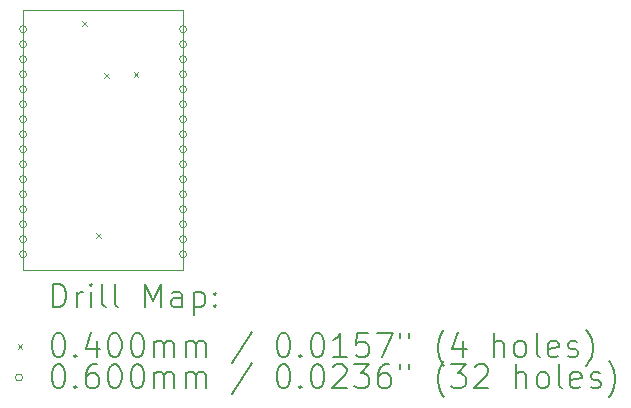
<source format=gbr>
%FSLAX45Y45*%
G04 Gerber Fmt 4.5, Leading zero omitted, Abs format (unit mm)*
G04 Created by KiCad (PCBNEW (6.0.1-0)) date 2022-03-14 10:45:43*
%MOMM*%
%LPD*%
G01*
G04 APERTURE LIST*
%TA.AperFunction,Profile*%
%ADD10C,0.100000*%
%TD*%
%ADD11C,0.200000*%
%ADD12C,0.040000*%
%ADD13C,0.060000*%
G04 APERTURE END LIST*
D10*
X10585000Y-4770000D02*
X10585000Y-6970000D01*
X11940000Y-4770000D02*
X11940000Y-6970000D01*
X10585000Y-6970000D02*
X11940000Y-6970000D01*
X10585000Y-4770000D02*
X11940000Y-4770000D01*
D11*
D12*
X11085000Y-4861000D02*
X11125000Y-4901000D01*
X11125000Y-4861000D02*
X11085000Y-4901000D01*
X11205000Y-6660000D02*
X11245000Y-6700000D01*
X11245000Y-6660000D02*
X11205000Y-6700000D01*
X11270000Y-5300000D02*
X11310000Y-5340000D01*
X11310000Y-5300000D02*
X11270000Y-5340000D01*
X11520000Y-5295000D02*
X11560000Y-5335000D01*
X11560000Y-5295000D02*
X11520000Y-5335000D01*
D13*
X10615000Y-4930000D02*
G75*
G03*
X10615000Y-4930000I-30000J0D01*
G01*
X10615000Y-5057000D02*
G75*
G03*
X10615000Y-5057000I-30000J0D01*
G01*
X10615000Y-5184000D02*
G75*
G03*
X10615000Y-5184000I-30000J0D01*
G01*
X10615000Y-5311000D02*
G75*
G03*
X10615000Y-5311000I-30000J0D01*
G01*
X10615000Y-5438000D02*
G75*
G03*
X10615000Y-5438000I-30000J0D01*
G01*
X10615000Y-5565000D02*
G75*
G03*
X10615000Y-5565000I-30000J0D01*
G01*
X10615000Y-5692000D02*
G75*
G03*
X10615000Y-5692000I-30000J0D01*
G01*
X10615000Y-5819000D02*
G75*
G03*
X10615000Y-5819000I-30000J0D01*
G01*
X10615000Y-5946000D02*
G75*
G03*
X10615000Y-5946000I-30000J0D01*
G01*
X10615000Y-6073000D02*
G75*
G03*
X10615000Y-6073000I-30000J0D01*
G01*
X10615000Y-6200000D02*
G75*
G03*
X10615000Y-6200000I-30000J0D01*
G01*
X10615000Y-6327000D02*
G75*
G03*
X10615000Y-6327000I-30000J0D01*
G01*
X10615000Y-6454000D02*
G75*
G03*
X10615000Y-6454000I-30000J0D01*
G01*
X10615000Y-6581000D02*
G75*
G03*
X10615000Y-6581000I-30000J0D01*
G01*
X10615000Y-6708000D02*
G75*
G03*
X10615000Y-6708000I-30000J0D01*
G01*
X10615000Y-6835000D02*
G75*
G03*
X10615000Y-6835000I-30000J0D01*
G01*
X11970000Y-4930000D02*
G75*
G03*
X11970000Y-4930000I-30000J0D01*
G01*
X11970000Y-5057000D02*
G75*
G03*
X11970000Y-5057000I-30000J0D01*
G01*
X11970000Y-5184000D02*
G75*
G03*
X11970000Y-5184000I-30000J0D01*
G01*
X11970000Y-5311000D02*
G75*
G03*
X11970000Y-5311000I-30000J0D01*
G01*
X11970000Y-5438000D02*
G75*
G03*
X11970000Y-5438000I-30000J0D01*
G01*
X11970000Y-5565000D02*
G75*
G03*
X11970000Y-5565000I-30000J0D01*
G01*
X11970000Y-5692000D02*
G75*
G03*
X11970000Y-5692000I-30000J0D01*
G01*
X11970000Y-5819000D02*
G75*
G03*
X11970000Y-5819000I-30000J0D01*
G01*
X11970000Y-5946000D02*
G75*
G03*
X11970000Y-5946000I-30000J0D01*
G01*
X11970000Y-6073000D02*
G75*
G03*
X11970000Y-6073000I-30000J0D01*
G01*
X11970000Y-6200000D02*
G75*
G03*
X11970000Y-6200000I-30000J0D01*
G01*
X11970000Y-6327000D02*
G75*
G03*
X11970000Y-6327000I-30000J0D01*
G01*
X11970000Y-6454000D02*
G75*
G03*
X11970000Y-6454000I-30000J0D01*
G01*
X11970000Y-6581000D02*
G75*
G03*
X11970000Y-6581000I-30000J0D01*
G01*
X11970000Y-6708000D02*
G75*
G03*
X11970000Y-6708000I-30000J0D01*
G01*
X11970000Y-6835000D02*
G75*
G03*
X11970000Y-6835000I-30000J0D01*
G01*
D11*
X10837619Y-7285476D02*
X10837619Y-7085476D01*
X10885238Y-7085476D01*
X10913810Y-7095000D01*
X10932857Y-7114048D01*
X10942381Y-7133095D01*
X10951905Y-7171190D01*
X10951905Y-7199762D01*
X10942381Y-7237857D01*
X10932857Y-7256905D01*
X10913810Y-7275952D01*
X10885238Y-7285476D01*
X10837619Y-7285476D01*
X11037619Y-7285476D02*
X11037619Y-7152143D01*
X11037619Y-7190238D02*
X11047143Y-7171190D01*
X11056667Y-7161667D01*
X11075714Y-7152143D01*
X11094762Y-7152143D01*
X11161429Y-7285476D02*
X11161429Y-7152143D01*
X11161429Y-7085476D02*
X11151905Y-7095000D01*
X11161429Y-7104524D01*
X11170952Y-7095000D01*
X11161429Y-7085476D01*
X11161429Y-7104524D01*
X11285238Y-7285476D02*
X11266190Y-7275952D01*
X11256667Y-7256905D01*
X11256667Y-7085476D01*
X11390000Y-7285476D02*
X11370952Y-7275952D01*
X11361428Y-7256905D01*
X11361428Y-7085476D01*
X11618571Y-7285476D02*
X11618571Y-7085476D01*
X11685238Y-7228333D01*
X11751905Y-7085476D01*
X11751905Y-7285476D01*
X11932857Y-7285476D02*
X11932857Y-7180714D01*
X11923333Y-7161667D01*
X11904286Y-7152143D01*
X11866190Y-7152143D01*
X11847143Y-7161667D01*
X11932857Y-7275952D02*
X11913809Y-7285476D01*
X11866190Y-7285476D01*
X11847143Y-7275952D01*
X11837619Y-7256905D01*
X11837619Y-7237857D01*
X11847143Y-7218809D01*
X11866190Y-7209286D01*
X11913809Y-7209286D01*
X11932857Y-7199762D01*
X12028095Y-7152143D02*
X12028095Y-7352143D01*
X12028095Y-7161667D02*
X12047143Y-7152143D01*
X12085238Y-7152143D01*
X12104286Y-7161667D01*
X12113809Y-7171190D01*
X12123333Y-7190238D01*
X12123333Y-7247381D01*
X12113809Y-7266428D01*
X12104286Y-7275952D01*
X12085238Y-7285476D01*
X12047143Y-7285476D01*
X12028095Y-7275952D01*
X12209048Y-7266428D02*
X12218571Y-7275952D01*
X12209048Y-7285476D01*
X12199524Y-7275952D01*
X12209048Y-7266428D01*
X12209048Y-7285476D01*
X12209048Y-7161667D02*
X12218571Y-7171190D01*
X12209048Y-7180714D01*
X12199524Y-7171190D01*
X12209048Y-7161667D01*
X12209048Y-7180714D01*
D12*
X10540000Y-7595000D02*
X10580000Y-7635000D01*
X10580000Y-7595000D02*
X10540000Y-7635000D01*
D11*
X10875714Y-7505476D02*
X10894762Y-7505476D01*
X10913810Y-7515000D01*
X10923333Y-7524524D01*
X10932857Y-7543571D01*
X10942381Y-7581667D01*
X10942381Y-7629286D01*
X10932857Y-7667381D01*
X10923333Y-7686428D01*
X10913810Y-7695952D01*
X10894762Y-7705476D01*
X10875714Y-7705476D01*
X10856667Y-7695952D01*
X10847143Y-7686428D01*
X10837619Y-7667381D01*
X10828095Y-7629286D01*
X10828095Y-7581667D01*
X10837619Y-7543571D01*
X10847143Y-7524524D01*
X10856667Y-7515000D01*
X10875714Y-7505476D01*
X11028095Y-7686428D02*
X11037619Y-7695952D01*
X11028095Y-7705476D01*
X11018571Y-7695952D01*
X11028095Y-7686428D01*
X11028095Y-7705476D01*
X11209048Y-7572143D02*
X11209048Y-7705476D01*
X11161429Y-7495952D02*
X11113810Y-7638809D01*
X11237619Y-7638809D01*
X11351905Y-7505476D02*
X11370952Y-7505476D01*
X11390000Y-7515000D01*
X11399524Y-7524524D01*
X11409048Y-7543571D01*
X11418571Y-7581667D01*
X11418571Y-7629286D01*
X11409048Y-7667381D01*
X11399524Y-7686428D01*
X11390000Y-7695952D01*
X11370952Y-7705476D01*
X11351905Y-7705476D01*
X11332857Y-7695952D01*
X11323333Y-7686428D01*
X11313809Y-7667381D01*
X11304286Y-7629286D01*
X11304286Y-7581667D01*
X11313809Y-7543571D01*
X11323333Y-7524524D01*
X11332857Y-7515000D01*
X11351905Y-7505476D01*
X11542381Y-7505476D02*
X11561428Y-7505476D01*
X11580476Y-7515000D01*
X11590000Y-7524524D01*
X11599524Y-7543571D01*
X11609048Y-7581667D01*
X11609048Y-7629286D01*
X11599524Y-7667381D01*
X11590000Y-7686428D01*
X11580476Y-7695952D01*
X11561428Y-7705476D01*
X11542381Y-7705476D01*
X11523333Y-7695952D01*
X11513809Y-7686428D01*
X11504286Y-7667381D01*
X11494762Y-7629286D01*
X11494762Y-7581667D01*
X11504286Y-7543571D01*
X11513809Y-7524524D01*
X11523333Y-7515000D01*
X11542381Y-7505476D01*
X11694762Y-7705476D02*
X11694762Y-7572143D01*
X11694762Y-7591190D02*
X11704286Y-7581667D01*
X11723333Y-7572143D01*
X11751905Y-7572143D01*
X11770952Y-7581667D01*
X11780476Y-7600714D01*
X11780476Y-7705476D01*
X11780476Y-7600714D02*
X11790000Y-7581667D01*
X11809048Y-7572143D01*
X11837619Y-7572143D01*
X11856667Y-7581667D01*
X11866190Y-7600714D01*
X11866190Y-7705476D01*
X11961428Y-7705476D02*
X11961428Y-7572143D01*
X11961428Y-7591190D02*
X11970952Y-7581667D01*
X11990000Y-7572143D01*
X12018571Y-7572143D01*
X12037619Y-7581667D01*
X12047143Y-7600714D01*
X12047143Y-7705476D01*
X12047143Y-7600714D02*
X12056667Y-7581667D01*
X12075714Y-7572143D01*
X12104286Y-7572143D01*
X12123333Y-7581667D01*
X12132857Y-7600714D01*
X12132857Y-7705476D01*
X12523333Y-7495952D02*
X12351905Y-7753095D01*
X12780476Y-7505476D02*
X12799524Y-7505476D01*
X12818571Y-7515000D01*
X12828095Y-7524524D01*
X12837619Y-7543571D01*
X12847143Y-7581667D01*
X12847143Y-7629286D01*
X12837619Y-7667381D01*
X12828095Y-7686428D01*
X12818571Y-7695952D01*
X12799524Y-7705476D01*
X12780476Y-7705476D01*
X12761428Y-7695952D01*
X12751905Y-7686428D01*
X12742381Y-7667381D01*
X12732857Y-7629286D01*
X12732857Y-7581667D01*
X12742381Y-7543571D01*
X12751905Y-7524524D01*
X12761428Y-7515000D01*
X12780476Y-7505476D01*
X12932857Y-7686428D02*
X12942381Y-7695952D01*
X12932857Y-7705476D01*
X12923333Y-7695952D01*
X12932857Y-7686428D01*
X12932857Y-7705476D01*
X13066190Y-7505476D02*
X13085238Y-7505476D01*
X13104286Y-7515000D01*
X13113809Y-7524524D01*
X13123333Y-7543571D01*
X13132857Y-7581667D01*
X13132857Y-7629286D01*
X13123333Y-7667381D01*
X13113809Y-7686428D01*
X13104286Y-7695952D01*
X13085238Y-7705476D01*
X13066190Y-7705476D01*
X13047143Y-7695952D01*
X13037619Y-7686428D01*
X13028095Y-7667381D01*
X13018571Y-7629286D01*
X13018571Y-7581667D01*
X13028095Y-7543571D01*
X13037619Y-7524524D01*
X13047143Y-7515000D01*
X13066190Y-7505476D01*
X13323333Y-7705476D02*
X13209048Y-7705476D01*
X13266190Y-7705476D02*
X13266190Y-7505476D01*
X13247143Y-7534048D01*
X13228095Y-7553095D01*
X13209048Y-7562619D01*
X13504286Y-7505476D02*
X13409048Y-7505476D01*
X13399524Y-7600714D01*
X13409048Y-7591190D01*
X13428095Y-7581667D01*
X13475714Y-7581667D01*
X13494762Y-7591190D01*
X13504286Y-7600714D01*
X13513809Y-7619762D01*
X13513809Y-7667381D01*
X13504286Y-7686428D01*
X13494762Y-7695952D01*
X13475714Y-7705476D01*
X13428095Y-7705476D01*
X13409048Y-7695952D01*
X13399524Y-7686428D01*
X13580476Y-7505476D02*
X13713809Y-7505476D01*
X13628095Y-7705476D01*
X13780476Y-7505476D02*
X13780476Y-7543571D01*
X13856667Y-7505476D02*
X13856667Y-7543571D01*
X14151905Y-7781667D02*
X14142381Y-7772143D01*
X14123333Y-7743571D01*
X14113809Y-7724524D01*
X14104286Y-7695952D01*
X14094762Y-7648333D01*
X14094762Y-7610238D01*
X14104286Y-7562619D01*
X14113809Y-7534048D01*
X14123333Y-7515000D01*
X14142381Y-7486428D01*
X14151905Y-7476905D01*
X14313809Y-7572143D02*
X14313809Y-7705476D01*
X14266190Y-7495952D02*
X14218571Y-7638809D01*
X14342381Y-7638809D01*
X14570952Y-7705476D02*
X14570952Y-7505476D01*
X14656667Y-7705476D02*
X14656667Y-7600714D01*
X14647143Y-7581667D01*
X14628095Y-7572143D01*
X14599524Y-7572143D01*
X14580476Y-7581667D01*
X14570952Y-7591190D01*
X14780476Y-7705476D02*
X14761428Y-7695952D01*
X14751905Y-7686428D01*
X14742381Y-7667381D01*
X14742381Y-7610238D01*
X14751905Y-7591190D01*
X14761428Y-7581667D01*
X14780476Y-7572143D01*
X14809048Y-7572143D01*
X14828095Y-7581667D01*
X14837619Y-7591190D01*
X14847143Y-7610238D01*
X14847143Y-7667381D01*
X14837619Y-7686428D01*
X14828095Y-7695952D01*
X14809048Y-7705476D01*
X14780476Y-7705476D01*
X14961428Y-7705476D02*
X14942381Y-7695952D01*
X14932857Y-7676905D01*
X14932857Y-7505476D01*
X15113809Y-7695952D02*
X15094762Y-7705476D01*
X15056667Y-7705476D01*
X15037619Y-7695952D01*
X15028095Y-7676905D01*
X15028095Y-7600714D01*
X15037619Y-7581667D01*
X15056667Y-7572143D01*
X15094762Y-7572143D01*
X15113809Y-7581667D01*
X15123333Y-7600714D01*
X15123333Y-7619762D01*
X15028095Y-7638809D01*
X15199524Y-7695952D02*
X15218571Y-7705476D01*
X15256667Y-7705476D01*
X15275714Y-7695952D01*
X15285238Y-7676905D01*
X15285238Y-7667381D01*
X15275714Y-7648333D01*
X15256667Y-7638809D01*
X15228095Y-7638809D01*
X15209048Y-7629286D01*
X15199524Y-7610238D01*
X15199524Y-7600714D01*
X15209048Y-7581667D01*
X15228095Y-7572143D01*
X15256667Y-7572143D01*
X15275714Y-7581667D01*
X15351905Y-7781667D02*
X15361428Y-7772143D01*
X15380476Y-7743571D01*
X15390000Y-7724524D01*
X15399524Y-7695952D01*
X15409048Y-7648333D01*
X15409048Y-7610238D01*
X15399524Y-7562619D01*
X15390000Y-7534048D01*
X15380476Y-7515000D01*
X15361428Y-7486428D01*
X15351905Y-7476905D01*
D13*
X10580000Y-7879000D02*
G75*
G03*
X10580000Y-7879000I-30000J0D01*
G01*
D11*
X10875714Y-7769476D02*
X10894762Y-7769476D01*
X10913810Y-7779000D01*
X10923333Y-7788524D01*
X10932857Y-7807571D01*
X10942381Y-7845667D01*
X10942381Y-7893286D01*
X10932857Y-7931381D01*
X10923333Y-7950428D01*
X10913810Y-7959952D01*
X10894762Y-7969476D01*
X10875714Y-7969476D01*
X10856667Y-7959952D01*
X10847143Y-7950428D01*
X10837619Y-7931381D01*
X10828095Y-7893286D01*
X10828095Y-7845667D01*
X10837619Y-7807571D01*
X10847143Y-7788524D01*
X10856667Y-7779000D01*
X10875714Y-7769476D01*
X11028095Y-7950428D02*
X11037619Y-7959952D01*
X11028095Y-7969476D01*
X11018571Y-7959952D01*
X11028095Y-7950428D01*
X11028095Y-7969476D01*
X11209048Y-7769476D02*
X11170952Y-7769476D01*
X11151905Y-7779000D01*
X11142381Y-7788524D01*
X11123333Y-7817095D01*
X11113810Y-7855190D01*
X11113810Y-7931381D01*
X11123333Y-7950428D01*
X11132857Y-7959952D01*
X11151905Y-7969476D01*
X11190000Y-7969476D01*
X11209048Y-7959952D01*
X11218571Y-7950428D01*
X11228095Y-7931381D01*
X11228095Y-7883762D01*
X11218571Y-7864714D01*
X11209048Y-7855190D01*
X11190000Y-7845667D01*
X11151905Y-7845667D01*
X11132857Y-7855190D01*
X11123333Y-7864714D01*
X11113810Y-7883762D01*
X11351905Y-7769476D02*
X11370952Y-7769476D01*
X11390000Y-7779000D01*
X11399524Y-7788524D01*
X11409048Y-7807571D01*
X11418571Y-7845667D01*
X11418571Y-7893286D01*
X11409048Y-7931381D01*
X11399524Y-7950428D01*
X11390000Y-7959952D01*
X11370952Y-7969476D01*
X11351905Y-7969476D01*
X11332857Y-7959952D01*
X11323333Y-7950428D01*
X11313809Y-7931381D01*
X11304286Y-7893286D01*
X11304286Y-7845667D01*
X11313809Y-7807571D01*
X11323333Y-7788524D01*
X11332857Y-7779000D01*
X11351905Y-7769476D01*
X11542381Y-7769476D02*
X11561428Y-7769476D01*
X11580476Y-7779000D01*
X11590000Y-7788524D01*
X11599524Y-7807571D01*
X11609048Y-7845667D01*
X11609048Y-7893286D01*
X11599524Y-7931381D01*
X11590000Y-7950428D01*
X11580476Y-7959952D01*
X11561428Y-7969476D01*
X11542381Y-7969476D01*
X11523333Y-7959952D01*
X11513809Y-7950428D01*
X11504286Y-7931381D01*
X11494762Y-7893286D01*
X11494762Y-7845667D01*
X11504286Y-7807571D01*
X11513809Y-7788524D01*
X11523333Y-7779000D01*
X11542381Y-7769476D01*
X11694762Y-7969476D02*
X11694762Y-7836143D01*
X11694762Y-7855190D02*
X11704286Y-7845667D01*
X11723333Y-7836143D01*
X11751905Y-7836143D01*
X11770952Y-7845667D01*
X11780476Y-7864714D01*
X11780476Y-7969476D01*
X11780476Y-7864714D02*
X11790000Y-7845667D01*
X11809048Y-7836143D01*
X11837619Y-7836143D01*
X11856667Y-7845667D01*
X11866190Y-7864714D01*
X11866190Y-7969476D01*
X11961428Y-7969476D02*
X11961428Y-7836143D01*
X11961428Y-7855190D02*
X11970952Y-7845667D01*
X11990000Y-7836143D01*
X12018571Y-7836143D01*
X12037619Y-7845667D01*
X12047143Y-7864714D01*
X12047143Y-7969476D01*
X12047143Y-7864714D02*
X12056667Y-7845667D01*
X12075714Y-7836143D01*
X12104286Y-7836143D01*
X12123333Y-7845667D01*
X12132857Y-7864714D01*
X12132857Y-7969476D01*
X12523333Y-7759952D02*
X12351905Y-8017095D01*
X12780476Y-7769476D02*
X12799524Y-7769476D01*
X12818571Y-7779000D01*
X12828095Y-7788524D01*
X12837619Y-7807571D01*
X12847143Y-7845667D01*
X12847143Y-7893286D01*
X12837619Y-7931381D01*
X12828095Y-7950428D01*
X12818571Y-7959952D01*
X12799524Y-7969476D01*
X12780476Y-7969476D01*
X12761428Y-7959952D01*
X12751905Y-7950428D01*
X12742381Y-7931381D01*
X12732857Y-7893286D01*
X12732857Y-7845667D01*
X12742381Y-7807571D01*
X12751905Y-7788524D01*
X12761428Y-7779000D01*
X12780476Y-7769476D01*
X12932857Y-7950428D02*
X12942381Y-7959952D01*
X12932857Y-7969476D01*
X12923333Y-7959952D01*
X12932857Y-7950428D01*
X12932857Y-7969476D01*
X13066190Y-7769476D02*
X13085238Y-7769476D01*
X13104286Y-7779000D01*
X13113809Y-7788524D01*
X13123333Y-7807571D01*
X13132857Y-7845667D01*
X13132857Y-7893286D01*
X13123333Y-7931381D01*
X13113809Y-7950428D01*
X13104286Y-7959952D01*
X13085238Y-7969476D01*
X13066190Y-7969476D01*
X13047143Y-7959952D01*
X13037619Y-7950428D01*
X13028095Y-7931381D01*
X13018571Y-7893286D01*
X13018571Y-7845667D01*
X13028095Y-7807571D01*
X13037619Y-7788524D01*
X13047143Y-7779000D01*
X13066190Y-7769476D01*
X13209048Y-7788524D02*
X13218571Y-7779000D01*
X13237619Y-7769476D01*
X13285238Y-7769476D01*
X13304286Y-7779000D01*
X13313809Y-7788524D01*
X13323333Y-7807571D01*
X13323333Y-7826619D01*
X13313809Y-7855190D01*
X13199524Y-7969476D01*
X13323333Y-7969476D01*
X13390000Y-7769476D02*
X13513809Y-7769476D01*
X13447143Y-7845667D01*
X13475714Y-7845667D01*
X13494762Y-7855190D01*
X13504286Y-7864714D01*
X13513809Y-7883762D01*
X13513809Y-7931381D01*
X13504286Y-7950428D01*
X13494762Y-7959952D01*
X13475714Y-7969476D01*
X13418571Y-7969476D01*
X13399524Y-7959952D01*
X13390000Y-7950428D01*
X13685238Y-7769476D02*
X13647143Y-7769476D01*
X13628095Y-7779000D01*
X13618571Y-7788524D01*
X13599524Y-7817095D01*
X13590000Y-7855190D01*
X13590000Y-7931381D01*
X13599524Y-7950428D01*
X13609048Y-7959952D01*
X13628095Y-7969476D01*
X13666190Y-7969476D01*
X13685238Y-7959952D01*
X13694762Y-7950428D01*
X13704286Y-7931381D01*
X13704286Y-7883762D01*
X13694762Y-7864714D01*
X13685238Y-7855190D01*
X13666190Y-7845667D01*
X13628095Y-7845667D01*
X13609048Y-7855190D01*
X13599524Y-7864714D01*
X13590000Y-7883762D01*
X13780476Y-7769476D02*
X13780476Y-7807571D01*
X13856667Y-7769476D02*
X13856667Y-7807571D01*
X14151905Y-8045667D02*
X14142381Y-8036143D01*
X14123333Y-8007571D01*
X14113809Y-7988524D01*
X14104286Y-7959952D01*
X14094762Y-7912333D01*
X14094762Y-7874238D01*
X14104286Y-7826619D01*
X14113809Y-7798048D01*
X14123333Y-7779000D01*
X14142381Y-7750428D01*
X14151905Y-7740905D01*
X14209048Y-7769476D02*
X14332857Y-7769476D01*
X14266190Y-7845667D01*
X14294762Y-7845667D01*
X14313809Y-7855190D01*
X14323333Y-7864714D01*
X14332857Y-7883762D01*
X14332857Y-7931381D01*
X14323333Y-7950428D01*
X14313809Y-7959952D01*
X14294762Y-7969476D01*
X14237619Y-7969476D01*
X14218571Y-7959952D01*
X14209048Y-7950428D01*
X14409048Y-7788524D02*
X14418571Y-7779000D01*
X14437619Y-7769476D01*
X14485238Y-7769476D01*
X14504286Y-7779000D01*
X14513809Y-7788524D01*
X14523333Y-7807571D01*
X14523333Y-7826619D01*
X14513809Y-7855190D01*
X14399524Y-7969476D01*
X14523333Y-7969476D01*
X14761428Y-7969476D02*
X14761428Y-7769476D01*
X14847143Y-7969476D02*
X14847143Y-7864714D01*
X14837619Y-7845667D01*
X14818571Y-7836143D01*
X14790000Y-7836143D01*
X14770952Y-7845667D01*
X14761428Y-7855190D01*
X14970952Y-7969476D02*
X14951905Y-7959952D01*
X14942381Y-7950428D01*
X14932857Y-7931381D01*
X14932857Y-7874238D01*
X14942381Y-7855190D01*
X14951905Y-7845667D01*
X14970952Y-7836143D01*
X14999524Y-7836143D01*
X15018571Y-7845667D01*
X15028095Y-7855190D01*
X15037619Y-7874238D01*
X15037619Y-7931381D01*
X15028095Y-7950428D01*
X15018571Y-7959952D01*
X14999524Y-7969476D01*
X14970952Y-7969476D01*
X15151905Y-7969476D02*
X15132857Y-7959952D01*
X15123333Y-7940905D01*
X15123333Y-7769476D01*
X15304286Y-7959952D02*
X15285238Y-7969476D01*
X15247143Y-7969476D01*
X15228095Y-7959952D01*
X15218571Y-7940905D01*
X15218571Y-7864714D01*
X15228095Y-7845667D01*
X15247143Y-7836143D01*
X15285238Y-7836143D01*
X15304286Y-7845667D01*
X15313809Y-7864714D01*
X15313809Y-7883762D01*
X15218571Y-7902809D01*
X15390000Y-7959952D02*
X15409048Y-7969476D01*
X15447143Y-7969476D01*
X15466190Y-7959952D01*
X15475714Y-7940905D01*
X15475714Y-7931381D01*
X15466190Y-7912333D01*
X15447143Y-7902809D01*
X15418571Y-7902809D01*
X15399524Y-7893286D01*
X15390000Y-7874238D01*
X15390000Y-7864714D01*
X15399524Y-7845667D01*
X15418571Y-7836143D01*
X15447143Y-7836143D01*
X15466190Y-7845667D01*
X15542381Y-8045667D02*
X15551905Y-8036143D01*
X15570952Y-8007571D01*
X15580476Y-7988524D01*
X15590000Y-7959952D01*
X15599524Y-7912333D01*
X15599524Y-7874238D01*
X15590000Y-7826619D01*
X15580476Y-7798048D01*
X15570952Y-7779000D01*
X15551905Y-7750428D01*
X15542381Y-7740905D01*
M02*

</source>
